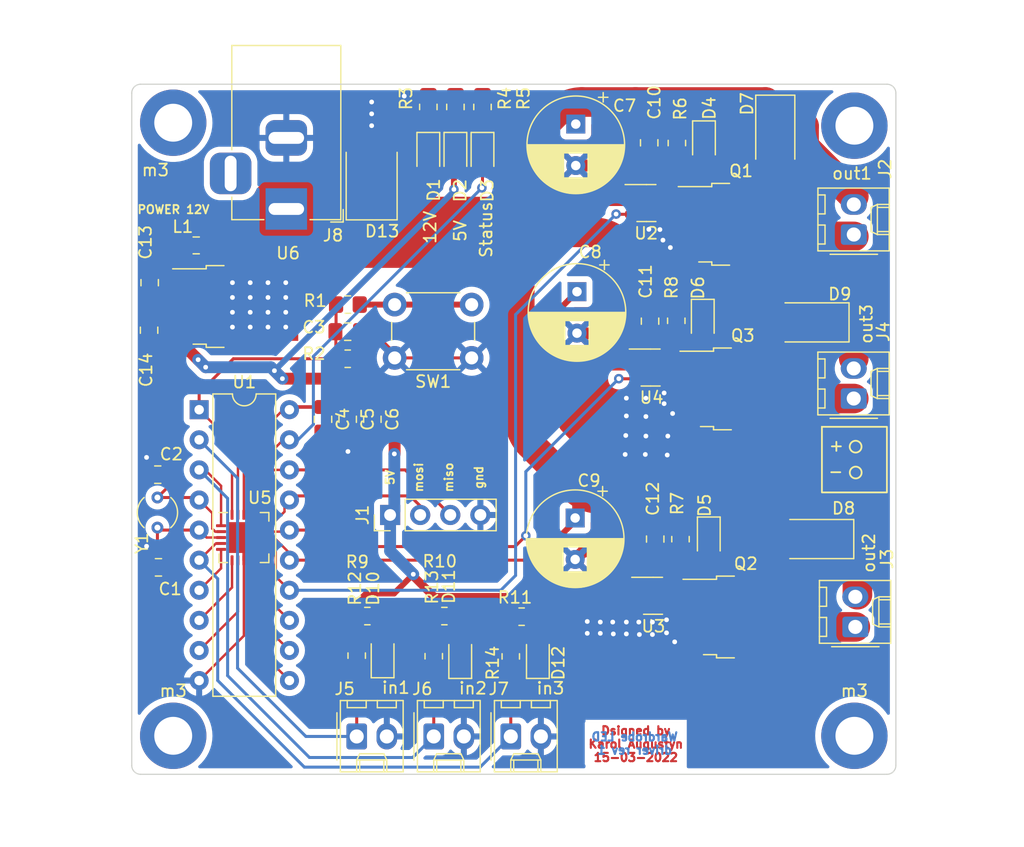
<source format=kicad_pcb>
(kicad_pcb (version 20211014) (generator pcbnew)
  (layers (0 "F.Cu" signal) (31 "B.Cu" signal) (34 "B.Paste" user) (35 "F.Paste" user) (36 "B.SilkS" user "B.Silkscreen") (37 "F.SilkS" user "F.Silkscreen") (38 "B.Mask" user) (39 "F.Mask" user) (44 "Edge.Cuts" user))
  (net 0 "")
  (net 1 "/PA0")
  (net 2 "GND")
  (net 3 "/PA1")
  (net 4 "/PA2")
  (net 5 "+5V")
  (net 6 "+12V")
  (net 7 "Net-(C13-Pad1)")
  (net 8 "Net-(D1-Pad1)")
  (net 9 "Net-(D2-Pad1)")
  (net 10 "Net-(D3-Pad1)")
  (net 11 "/PB7")
  (net 12 "Net-(D4-Pad1)")
  (net 13 "Net-(D4-Pad2)")
  (net 14 "Net-(D5-Pad1)")
  (net 15 "Net-(D5-Pad2)")
  (net 16 "Net-(D6-Pad1)")
  (net 17 "Net-(D6-Pad2)")
  (net 18 "Net-(D7-Pad2)")
  (net 19 "Net-(D8-Pad2)")
  (net 20 "Net-(D9-Pad2)")
  (net 21 "/PD0")
  (net 22 "Net-(D10-Pad2)")
  (net 23 "/PD1")
  (net 24 "Net-(D11-Pad2)")
  (net 25 "/PD2")
  (net 26 "Net-(D12-Pad2)")
  (net 27 "/PB5")
  (net 28 "/PB6")
  (net 29 "Net-(R1-Pad2)")
  (net 30 "/PD3")
  (net 31 "/PD4")
  (net 32 "/PD5")
  (net 33 "/PD6")
  (net 34 "/PB0")
  (net 35 "/PB1")
  (net 36 "/PB2")
  (net 37 "/PB3")
  (net 38 "/PB4")
  (footprint "Resistor_SMD:R_0805_2012Metric_Pad1.20x1.40mm_HandSolder" (layer "F.Cu") (at 87.496 68.6012)
    (fp_text reference "R1")
    (fp_text value "100R")
  )
  (footprint "Capacitor_SMD:C_0805_2012Metric_Pad1.18x1.45mm_HandSolder" (layer "F.Cu") (at 85.3948 78.2828 -90)
    (fp_text reference "C4")
    (fp_text value "100n")
  )
  (footprint "Capacitor_SMD:C_0805_2012Metric_Pad1.18x1.45mm_HandSolder" (layer "F.Cu") (at 87.4776 78.2828 -90)
    (fp_text reference "C5")
    (fp_text value "10n")
  )
  (footprint "Package_TO_SOT_SMD:SOT-23-5" (layer "F.Cu") (at 113.2531 93.1824)
    (fp_text reference "U3")
    (fp_text value "MCP1416")
  )
  (footprint "" (layer "F.Cu") (at 130.25 53.5)
    (fp_text reference "")
    (fp_text value "")
  )
  (footprint "Resistor_SMD:R_0805_2012Metric_Pad1.20x1.40mm_HandSolder" (layer "F.Cu") (at 94.742 98.282 90)
    (fp_text reference "R13")
    (fp_text value "2,2k")
  )
  (footprint "Capacitor_SMD:C_0805_2012Metric_Pad1.18x1.45mm_HandSolder" (layer "F.Cu") (at 71.4463 82.9564 180)
    (fp_text reference "C2")
    (fp_text value "22pF")
  )
  (footprint "Package_TO_SOT_SMD:TO-252-3_TabPin2" (layer "F.Cu") (at 120.6822 61.8226)
    (fp_text reference "Q1")
    (fp_text value "Q_NMOS_GDS")
  )
  (footprint "LED_SMD:LED_0805_2012Metric_Pad1.15x1.40mm_HandSolder" (layer "F.Cu") (at 103.5304 98.298 90)
    (fp_text reference "D12")
    (fp_text value "LED_in_3")
  )
  (footprint "Inductor_SMD:L_0805_2012Metric_Pad1.15x1.40mm_HandSolder" (layer "F.Cu") (at 74.6924 63.6055 180)
    (fp_text reference "L1")
    (fp_text value "10nH")
  )
  (footprint "Capacitor_SMD:C_0805_2012Metric_Pad1.18x1.45mm_HandSolder" (layer "F.Cu") (at 113 70 -90)
    (fp_text reference "C11")
    (fp_text value "100n")
  )
  (footprint "Capacitor_THT:CP_Radial_D8.0mm_P3.50mm" (layer "F.Cu") (at 106.68 86.614 -90)
    (fp_text reference "C9")
    (fp_text value "1uF")
  )
  (footprint "Capacitor_SMD:C_0805_2012Metric_Pad1.18x1.45mm_HandSolder" (layer "F.Cu") (at 112.9284 54.9441 -90)
    (fp_text reference "C10")
    (fp_text value "100n")
  )
  (footprint "Diode_SMD:D_SMA" (layer "F.Cu") (at 126.397 70.104 180)
    (fp_text reference "D9")
    (fp_text value "B160-E3")
  )
  (footprint "Connector_Molex:Molex_KK-254_AE-6410-02A_1x02_P2.54mm_Vertical" (layer "F.Cu") (at 130.3274 95.8088 90)
    (fp_text reference "J3")
    (fp_text value "out_2")
  )
  (footprint "Resistor_SMD:R_0805_2012Metric_Pad1.20x1.40mm_HandSolder" (layer "F.Cu") (at 94.2848 51.9176 -90)
    (fp_text reference "R3")
    (fp_text value "2,2k")
  )
  (footprint "Resistor_SMD:R_0805_2012Metric_Pad1.20x1.40mm_HandSolder" (layer "F.Cu") (at 88.2396 98.2312 90)
    (fp_text reference "R12")
    (fp_text value "2,2k")
  )
  (footprint "Package_DFN_QFN:MLF-20-1EP_4x4mm_P0.5mm_EP2.6x2.6mm" (layer "F.Cu") (at 78.7146 88.265)
    (fp_text reference "U5")
    (fp_text value "ATtiny2313-20MU")
  )
  (footprint "Capacitor_SMD:C_0805_2012Metric_Pad1.18x1.45mm_HandSolder" (layer "F.Cu") (at 87.48 70.8872)
    (fp_text reference "C3")
    (fp_text value "100n")
  )
  (footprint "Capacitor_THT:CP_Radial_D8.0mm_P3.50mm" (layer "F.Cu") (at 106.8324 67.5132 -90)
    (fp_text reference "C8")
    (fp_text value "1uF")
  )
  (footprint "Diode_SMD:D_SMB" (layer "F.Cu") (at 89.5 57.9 90)
    (fp_text reference "D13")
    (fp_text value "SM6T15A")
  )
  (footprint "LED_SMD:LED_0805_2012Metric_Pad1.15x1.40mm_HandSolder" (layer "F.Cu") (at 96.5708 55.9308 -90)
    (fp_text reference "D2")
    (fp_text value "LED_5")
  )
  (footprint "Capacitor_SMD:C_0805_2012Metric_Pad1.18x1.45mm_HandSolder" (layer "F.Cu") (at 70.7644 66.7512 -90)
    (fp_text reference "C13")
    (fp_text value "330nF")
  )
  (footprint "Connector_PinHeader_2.54mm:PinHeader_1x04_P2.54mm_Vertical" (layer "F.Cu") (at 91.059 86.36 90)
    (fp_text reference "J1")
    (fp_text value "program")
  )
  (footprint "Package_DIP:DIP-20_W7.62mm" (layer "F.Cu") (at 74.94 77.475)
    (fp_text reference "U1")
    (fp_text value "ATtiny2313-20PU")
  )
  (footprint "Resistor_SMD:R_0805_2012Metric_Pad1.20x1.40mm_HandSolder" (layer "F.Cu") (at 96.5708 51.9176 -90)
    (fp_text reference "R4")
    (fp_text value "1k")
  )
  (footprint "Connector_Molex:Molex_KK-254_AE-6410-02A_1x02_P2.54mm_Vertical" (layer "F.Cu") (at 130.2004 62.6872 90)
    (fp_text reference "J2")
    (fp_text value "out_1")
  )
  (footprint "Connector_Molex:Molex_KK-254_AE-6410-02A_1x02_P2.54mm_Vertical" (layer "F.Cu") (at 130.195 76.5302 90)
    (fp_text reference "J4")
    (fp_text value "out_3")
  )
  (footprint "MountingHole:MountingHole_3.2mm_M3_DIN965_Pad" (layer "F.Cu") (at 72.75 53.25)
    (fp_text reference "m3")
    (fp_text value "MountingHole_3.2mm_M3_DIN965_Pad")
  )
  (footprint "LED_SMD:LED_0805_2012Metric_Pad1.15x1.40mm_HandSolder" (layer "F.Cu") (at 90.424 98.2382 90)
    (fp_text reference "D10")
    (fp_text value "LED_in_1")
  )
  (footprint "Package_TO_SOT_SMD:TO-252-3_TabPin2" (layer "F.Cu") (at 120.8278 75.7174)
    (fp_text reference "Q3")
    (fp_text value "Q_NMOS_GDS")
  )
  (footprint "Resistor_SMD:R_0805_2012Metric_Pad1.20x1.40mm_HandSolder" (layer "F.Cu") (at 102.1588 94.9452 180)
    (fp_text reference "R11")
    (fp_text value "1k")
  )
  (footprint "Package_TO_SOT_SMD:TO-252-2" (layer "F.Cu") (at 78.0034 68.7617)
    (fp_text reference "U6")
    (fp_text value "LM78M05_TO252")
  )
  (footprint "Resistor_SMD:R_0805_2012Metric_Pad1.20x1.40mm_HandSolder" (layer "F.Cu") (at 98.8568 51.9176 -90)
    (fp_text reference "R5")
    (fp_text value "1k")
  )
  (footprint "Connector_Molex:Molex_KK-254_AE-6410-02A_1x02_P2.54mm_Vertical" (layer "F.Cu") (at 88.2396 105.0544)
    (fp_text reference "J5")
    (fp_text value "in_1")
  )
  (footprint "Connector_Molex:Molex_KK-254_AE-6410-02A_1x02_P2.54mm_Vertical" (layer "F.Cu") (at 101.2444 105.0544)
    (fp_text reference "J7")
    (fp_text value "in_3")
  )
  (footprint "Resistor_SMD:R_0805_2012Metric_Pad1.20x1.40mm_HandSolder" (layer "F.Cu") (at 101.2444 98.298 90)
    (fp_text reference "R14")
    (fp_text value "2,2k")
  )
  (footprint "LED_SMD:LED_0805_2012Metric_Pad1.15x1.40mm_HandSolder" (layer "F.Cu") (at 117.9576 88.392 -90)
    (fp_text reference "D5")
    (fp_text value "LED_2")
  )
  (footprint "Connector_Molex:Molex_KK-254_AE-6410-02A_1x02_P2.54mm_Vertical" (layer "F.Cu") (at 94.742 105.0544)
    (fp_text reference "J6")
    (fp_text value "in_2")
  )
  (footprint "Capacitor_SMD:C_0805_2012Metric_Pad1.18x1.45mm_HandSolder" (layer "F.Cu") (at 113.4364 88.392 -90)
    (fp_text reference "C12")
    (fp_text value "100n")
  )
  (footprint "Package_TO_SOT_SMD:SOT-23-5" (layer "F.Cu") (at 112.6943 60.0304)
    (fp_text reference "U2")
    (fp_text value "MCP1416")
  )
  (footprint "MountingHole:MountingHole_3.2mm_M3_DIN965_Pad" (layer "F.Cu") (at 72.75 105)
    (fp_text reference "m3")
    (fp_text value "MountingHole_3.2mm_M3_DIN965_Pad")
  )
  (footprint "Resistor_SMD:R_0805_2012Metric_Pad1.20x1.40mm_HandSolder" (layer "F.Cu") (at 115.2652 54.9656 90)
    (fp_text reference "R6")
    (fp_text value "2,2k")
  )
  (footprint "LED_SMD:LED_0805_2012Metric_Pad1.15x1.40mm_HandSolder" (layer "F.Cu") (at 98.8568 55.9308 -90)
    (fp_text reference "D3")
    (fp_text value "LED_status")
  )
  (footprint "Resistor_SMD:R_0805_2012Metric_Pad1.20x1.40mm_HandSolder" (layer "F.Cu") (at 87.48 73.1732)
    (fp_text reference "R2")
    (fp_text value "100k")
  )
  (footprint "Package_TO_SOT_SMD:TO-252-3_TabPin2" (layer "F.Cu") (at 121.0818 94.9706)
    (fp_text reference "Q2")
    (fp_text value "Q_NMOS_GDS")
  )
  (footprint "Capacitor_THT:CP_Radial_D8.0mm_P3.50mm" (layer "F.Cu") (at 106.7308 53.363749 -90)
    (fp_text reference "C7")
    (fp_text value "1uF")
  )
  (footprint "Diode_SMD:D_SMA" (layer "F.Cu") (at 126.7968 88.392 180)
    (fp_text reference "D8")
    (fp_text value "B160-E3")
  )
  (footprint "Package_TO_SOT_SMD:SOT-23-5" (layer "F.Cu") (at 113.0499 73.914)
    (fp_text reference "U4")
    (fp_text value "MCP1416")
  )
  (footprint "Button_Switch_THT:SW_PUSH_6mm" (layer "F.Cu") (at 97.9424 73.1012 180)
    (fp_text reference "SW1")
    (fp_text value "reset")
  )
  (footprint "Connector_BarrelJack:BarrelJack_Horizontal" (layer "F.Cu") (at 82.297 60.531 -90)
    (fp_text reference "J8")
    (fp_text value "power")
  )
  (footprint "LED_SMD:LED_0805_2012Metric_Pad1.15x1.40mm_HandSolder" (layer "F.Cu") (at 96.9772 98.298 90)
    (fp_text reference "D11")
    (fp_text value "LED_in_2")
  )
  (footprint "Diode_SMD:D_SMA" (layer "F.Cu") (at 123.571 54.324 -90)
    (fp_text reference "D7")
    (fp_text value "B160-E3")
  )
  (footprint "MountingHole:MountingHole_3.2mm_M3_DIN965_Pad" (layer "F.Cu") (at 130.25 105)
    (fp_text reference "m3")
    (fp_text value "MountingHole_3.2mm_M3_DIN965_Pad")
  )
  (footprint "Resistor_SMD:R_0805_2012Metric_Pad1.20x1.40mm_HandSolder" (layer "F.Cu") (at 115.2144 69.9676 90)
    (fp_text reference "R8")
    (fp_text value "2,2k")
  )
  (footprint "Resistor_SMD:R_0805_2012Metric_Pad1.20x1.40mm_HandSolder" (layer "F.Cu") (at 89.138 94.8944 180)
    (fp_text reference "R9")
    (fp_text value "1k")
  )
  (footprint "Capacitor_SMD:C_0805_2012Metric_Pad1.18x1.45mm_HandSolder" (layer "F.Cu") (at 70.7136 70.7644 90)
    (fp_text reference "C14")
    (fp_text value "100n")
  )
  (footprint "Capacitor_SMD:C_0805_2012Metric_Pad1.18x1.45mm_HandSolder" (layer "F.Cu") (at 71.5049 90.7796 180)
    (fp_text reference "C1")
    (fp_text value "22pF")
  )
  (footprint "Resistor_SMD:R_0805_2012Metric_Pad1.20x1.40mm_HandSolder" (layer "F.Cu") (at 115.57 88.4014 90)
    (fp_text reference "R7")
    (fp_text value "2,2k")
  )
  (footprint "LED_SMD:LED_0805_2012Metric_Pad1.15x1.40mm_HandSolder" (layer "F.Cu") (at 94.2848 55.9308 -90)
    (fp_text reference "D1")
    (fp_text value "LED_12")
  )
  (footprint "LED_SMD:LED_0805_2012Metric_Pad1.15x1.40mm_HandSolder" (layer "F.Cu") (at 117.5512 54.9566 -90)
    (fp_text reference "D4")
    (fp_text value "LED_1")
  )
  (footprint "Crystal:Crystal_AT310_D3.0mm_L10.0mm_Vertical" (layer "F.Cu") (at 71.417 87.4268 90)
    (fp_text reference "Y1")
    (fp_text value "Crystal")
  )
  (footprint "Resistor_SMD:R_0805_2012Metric_Pad1.20x1.40mm_HandSolder" (layer "F.Cu") (at 95.6404 94.8944 180)
    (fp_text reference "R10")
    (fp_text value "1k")
  )
  (footprint "Capacitor_SMD:C_0805_2012Metric_Pad1.18x1.45mm_HandSolder" (layer "F.Cu") (at 89.5604 78.2828 -90)
    (fp_text reference "C6")
    (fp_text value "1n")
  )
  (footprint "LED_SMD:LED_0805_2012Metric_Pad1.15x1.40mm_HandSolder" (layer "F.Cu") (at 117.4496 70.0188 -90)
    (fp_text reference "D6")
    (fp_text value "LED_3")
  )
  (gr_circle (center 130.3528 80.5942) (end 130.8528 80.5942) (layer "F.SilkS") (width 0.15) (fill none))
  (gr_rect (start 127.508 78.9178) (end 132.9944 84.455) (layer "F.SilkS") (width 0.15) (fill none))
  (gr_circle (center 130.3608 82.7786) (end 130.8608 82.7786) (layer "F.SilkS") (width 0.15) (fill none))
  (gr_line (start 133.75 107.5) (end 133.75 50.75) (layer "Edge.Cuts") (width 0.1))
  (gr_arc (start 70 108.25) (mid 69.46967 108.03033) (end 69.25 107.5) (layer "Edge.Cuts") (width 0.1))
  (gr_arc (start 133 50) (mid 133.53033 50.21967) (end 133.75 50.75) (layer "Edge.Cuts") (width 0.1))
  (gr_arc (start 69.25 50.75) (mid 69.46967 50.21967) (end 70 50) (layer "Edge.Cuts") (width 0.1))
  (gr_line (start 70 108.25) (end 133 108.25) (layer "Edge.Cuts") (width 0.1))
  (gr_line (start 133 50) (end 70 50) (layer "Edge.Cuts") (width 0.1))
  (gr_line (start 69.25 50.75) (end 69.25 107.5) (layer "Edge.Cuts") (width 0.1))
  (gr_arc (start 133.75 107.5) (mid 133.53033 108.03033) (end 133 108.25) (layer "Edge.Cuts") (width 0.1))
  (gr_text "Dsigned by\nKarol Augustyn\n15-03-2022" (at 111.8 105.7) (layer "F.Cu") (effects (font (size 0.7 0.7) (thickness 0.175))))
  (gr_text "Wardrobe LED\ndriver rev 1" (at 111.7 105.65) (layer "B.Cu") (effects (font (size 0.7 0.7) (thickness 0.175)) (justify mirror)))
  (gr_text "5V" (at 91.059 83.185 90) (layer "F.SilkS") (effects (font (size 0.7 0.7))))
  (gr_text "miso\n" (at 96.012 83.185 90) (layer "F.SilkS") (effects (font (size 0.7 0.7))))
  (gr_text "out3" (at 131.2618 70.231 90) (layer "F.SilkS") (effects (font (size 1 1))))
  (gr_text "-" (at 128.6764 82.677) (layer "F.SilkS") (effects (font (size 1 1))))
  (gr_text "mosi" (at 93.472 83.185 90) (layer "F.SilkS") (effects (font (size 0.7 0.7))))
  (gr_text "POWER 12V" (at 72.771 60.579) (layer "F.SilkS") (effects (font (size 0.7 0.7))))
  (gr_text "out1" (at 130.048 57.531) (layer "F.SilkS") (effects (font (size 1 1))))
  (gr_text "in1" (at 91.5416 100.9396) (layer "F.SilkS") (effects (font (size 1 1))))
  (gr_text "+" (at 128.7272 80.4926) (layer "F.SilkS") (effects (font (size 1 1))))
  (gr_text "in2" (at 98.044 100.9904) (layer "F.SilkS") (effects (font (size 1 1))))
  (gr_text "in3" (at 104.5972 100.9904) (layer "F.SilkS") (effects (font (size 1 1))))
  (gr_text "gnd" (at 98.552 83.185 90) (layer "F.SilkS") (effects (font (size 0.7 0.7))))
  (gr_text "5V" (at 96.9772 62.3824 90) (layer "F.SilkS") (effects (font (size 1 1))))
  (gr_text "12V" (at 94.4372 62.0776 90) (layer "F.SilkS") (effects (font (size 1 1))))
  (gr_text "out2" (at 131.4758 89.5604 90) (layer "F.SilkS") (effects (font (size 1 1))))
  (gr_text "Status" (at 99.1616 62.2808 90) (layer "F.SilkS") (effects (font (size 1 1))))
  (segment (start 71.6252 87.635) (end 71.417 87.4268) (width 0.254) (layer "F.Cu") (net 1))
  (segment (start 72.5424 89.7382) (end 71.417 88.6128) (width 0.254) (layer "F.Cu") (net 1))
  (segment (start 74.94 87.635) (end 71.6252 87.635) (width 0.254) (layer "F.Cu") (net 1))
  (segment (start 75.57 88.265) (end 74.94 87.635) (width 0.2032) (layer "F.Cu") (net 1))
  (segment (start 76.7896 88.265) (end 75.57 88.265) (width 0.2032) (layer "F.Cu") (net 1))
  (segment (start 71.417 88.6128) (end 71.417 87.4268) (width 0.254) (layer "F.Cu") (net 1))
  (segment (start 72.5424 90.7796) (end 72.5424 89.7382) (width 0.254) (layer "F.Cu") (net 1))
  (segment (start 115.0296 64.1026) (end 114.7135 63.7865) (width 1) (layer "F.Cu") (net 2))
  (segment (start 106.8567 71.0375) (end 106.8324 71.0132) (width 1) (layer "F.Cu") (net 2))
  (segment (start 91.4424 72.6924) (end 91.4424 73.1012) (width 0.254) (layer "F.Cu") (net 2))
  (segment (start 85.3948 79.3203) (end 89.5604 79.3203) (width 0.5) (layer "F.Cu") (net 2))
  (segment (start 78.7146 90.19) (end 78.7146 96.5604) (width 0.2032) (layer "F.Cu") (net 2))
  (segment (start 114.3906 96.382) (end 114.3906 96.3094) (width 1) (layer "F.Cu") (net 2))
  (segment (start 110.5408 55.9816) (end 112.9284 55.9816) (width 1) (layer "F.Cu") (net 2))
  (segment (start 112.9444 55.9656) (end 112.9284 55.9816) (width 1) (layer "F.Cu") (net 2))
  (segment (start 70.4088 81.5912) (end 70.5 81.5) (width 0.254) (layer "F.Cu") (net 2))
  (segment (start 94.2848 50.9176) (end 92.3324 50.9176) (width 0.5) (layer "F.Cu") (net 2))
  (segment (start 114.0885 63.1615) (end 113.8318 62.9048) (width 1) (layer "F.Cu") (net 2))
  (segment (start 114.9047 77.7953) (end 114.1874 77.078) (width 1) (layer "F.Cu") (net 2))
  (segment (start 70.7644 67.7887) (end 70.7644 68.7356) (width 0.254) (layer "F.Cu") (net 2))
  (segment (start 97.9424 73.1012) (end 91.4424 73.1012) (width 0.254) (layer "F.Cu") (net 2))
  (segment (start 116.4822 64.1026) (end 115.0296 64.1026) (width 1) (layer "F.Cu") (net 2))
  (segment (start 113.0699 70.9676) (end 113 71.0375) (width 1) (layer "F.Cu") (net 2))
  (segment (start 115.2144 70.9676) (end 113.0699 70.9676) (width 1) (layer "F.Cu") (net 2))
  (segment (start 89.6372 70.8872) (end 91.4424 72.6924) (width 0.254) (layer "F.Cu") (net 2))
  (segment (start 114.1874 76.0626) (end 114.1874 74.864) (width 1) (layer "F.Cu") (net 2))
  (segment (start 92.3324 50.9176) (end 92.25 51) (width 0.5) (layer "F.Cu") (net 2))
  (segment (start 115.2592 97.2506) (end 115.0793 97.0707) (width 1) (layer "F.Cu") (net 2))
  (segment (start 78.7146 90.19) (end 78.7146 88.265) (width 0.254) (layer "F.Cu") (net 2))
  (segment (start 116.6278 77.9974) (end 115.1068 77.9974) (width 1) (layer "F.Cu") (net 2))
  (segment (start 88.5175 70.8872) (end 89.6372 70.8872) (width 0.254) (layer "F.Cu") (net 2))
  (segment (start 113 71.0375) (end 106.8567 71.0375) (width 1) (layer "F.Cu") (net 2))
  (segment (start 89.5 52.5) (end 89.5 53.5) (width 2.5) (layer "F.Cu") (net 2))
  (segment (start 70.4088 82.9564) (end 70.4088 81.5912) (width 0.254) (layer "F.Cu") (net 2))
  (segment (start 70.7644 68.7356) (end 70.7905 68.7617) (width 0.254) (layer "F.Cu") (net 2))
  (segment (start 115.57 89.4014) (end 113.4645 89.4014) (width 1) (layer "F.Cu") (net 2))
  (segment (start 114.3906 95.2094) (end 114.3906 94.1324) (width 1) (layer "F.Cu") (net 2))
  (segment (start 70.4674 89.0326) (end 70.5 89) (width 0.254) (layer "F.Cu") (net 2))
  (segment (start 89.5 55.75) (end 89.5 54) (width 2.5) (layer "F.Cu") (net 2))
  (segment (start 114.1874 77.078) (end 114.1874 76.9626) (width 1) (layer "F.Cu") (net 2))
  (segment (start 114.1874 76.9626) (end 114.1874 76.0626) (width 1) (layer "F.Cu") (net 2))
  (segment (start 116.8818 97.2506) (end 115.2592 97.2506) (width 1) (layer "F.Cu") (net 2))
  (segment (start 78.7146 96.5604) (end 74.94 100.335) (width 0.2032) (layer "F.Cu") (net 2))
  (segment (start 113.8318 62.2682) (end 113.8318 60.9804) (width 1) (layer "F.Cu") (net 2))
  (segment (start 106.7308 56.863749) (end 109.658651 56.863749) (width 1) (layer "F.Cu") (net 2))
  (segment (start 107.3645 89.4295) (end 106.68 90.114) (width 1) (layer "F.Cu") (net 2))
  (segment (start 115.2652 55.9656) (end 112.9444 55.9656) (width 1) (layer "F.Cu") (net 2))
  (segment (start 113.8318 62.9048) (end 113.8318 62.2682) (width 1) (layer "F.Cu") (net 2))
  (segment (start 89.5 52) (end 89.5 52.5) (width 2.5) (layer "F.Cu") (net 2))
  (segment (start 70.7644 69.6761) (end 70.7136 69.7269) (width 0.254) (layer "F.Cu") (net 2))
  (segment (start 87.4776 80.9776) (end 87.5 81) (width 1) (layer "F.Cu") (net 2))
  (segment (start 114.7135 63.7865) (end 114.0885 63.1615) (width 1) (layer "F.Cu") (net 2))
  (segment (start 109.658651 56.863749) (end 110.5408 55.9816) (width 1) (layer "F.Cu") (net 2))
  (segment (start 113.4645 89.4014) (end 113.4364 89.4295) (width 1) (layer "F.Cu") (net 2))
  (segment (start 115.0793 97.0707) (end 114.3906 96.382) (width 1) (layer "F.Cu") (net 2))
  (segment (start 114.3906 96.3094) (end 114.3906 95.2094) (width 1) (layer "F.Cu") (net 2))
  (segment (start 113.4364 89.4295) (end 107.3645 89.4295) (width 1) (layer "F.Cu") (net 2))
  (segment (start 87.4776 79.3203) (end 87.4776 80.9776) (width 1) (layer "F.Cu") (net 2))
  (segment (start 115.1068 77.9974) (end 114.9047 77.7953) (width 1) (layer "F.Cu") (net 2))
  (segment (start 70.4674 90.7796) (end 70.4674 89.0326) (width 0.254) (layer "F.Cu") (net 2))
  (segment (start 70.7644 68.7356) (end 70.7644 69.6761) (width 0.254) (layer "F.Cu") (net 2))
  (segment (start 98.8568 50.9176) (end 94.2848 50.9176) (width 0.5) (layer "F.Cu") (net 2))
  (segment (start 70.7905 68.7617) (end 80.1034 68.7617) (width 0.254) (layer "F.Cu") (net 2))
  (via (at 112.05 95.4) (size 0.8) (drill 0.4) (layers "F.Cu" "B.Cu") (net 2))
  (via (at 108.8 96.35) (size 0.8) (drill 0.4) (layers "F.Cu" "B.Cu") (net 2))
  (via (at 112.65 76.5) (size 0.8) (drill 0.4) (layers "F.Cu" "B.Cu") (net 2))
  (via (at 80.75 66.75) (size 0.8) (drill 0.4) (layers "F.Cu" "B.Cu") (net 2))
  (via (at 114.0885 63.1615) (size 0.8) (drill 0.4) (layers "F.Cu" "B.Cu") (net 2))
  (via (at 114.45 81.3) (size 0.8) (drill 0.4) (layers "F.Cu" "B.Cu") (net 2))
  (via (at 114.9047 77.7953) (size 0.8) (drill 0.4) (layers "F.Cu" "B.Cu") (net 2))
  (via (at 112.65 79.7) (size 0.8) (drill 0.4) (layers "F.Cu" "B.Cu") (net 2))
  (via (at 89.5 53.5) (size 0.8) (drill 0.4) (layers "F.Cu" "B.Cu") (net 2))
  (via (at 79.25 66.75) (size 0.8) (drill 0.4) (layers "F.Cu" "B.Cu") (net 2))
  (via (at 114.1874 76.9626) (size 0.8) (drill 0.4) (layers "F.Cu" "B.Cu") (net 2))
  (via (at 107.7 96.35) (size 0.8) (drill 0.4) (layers "F.Cu" "B.Cu") (net 2))
  (via (at 113.8318 62.2682) (size 0.8) (drill 0.4) (layers "F.Cu" "B.Cu") (net 2))
  (via (at 82.25 66.75) (size 0.8) (drill 0.4) (layers "F.Cu" "B.Cu") (net 2))
  (via (at 77.75 70.5) (size 0.8) (drill 0.4) (layers "F.Cu" "B.Cu") (net 2))
  (via (at 70.5 89) (size 0.8) (drill 0.4) (layers "F.Cu" "B.Cu") (net 2))
  (via (at 89.5 52.5) (size 0.8) (drill 0.4) (layers "F.Cu" "B.Cu") (net 2))
  (via (at 114.5 79.7) (size 0.8) (drill 0.4) (layers "F.Cu" "B.Cu") (net 2))
  (via (at 107.7 95.35) (size 0.8) (drill 0.4) (layers "F.Cu" "B.Cu") (net 2))
  (via (at 111 78) (size 0.8) (drill 0.4) (layers "F.Cu" "B.Cu") (net 2))
  (via (at 80.75 69.25) (size 0.8) (drill 0.4) (layers "F.Cu" "B.Cu") (net 2))
  (via (at 112.6 81.25) (size 0.8) (drill 0.4) (layers "F.Cu" "B.Cu") (net 2))
  (via (at 92.25 51) (size 0.8) (drill 0.4) (layers "F.Cu" "B.Cu") (net 2))
  (via (at 82.25 70.5) (size 0.8) (drill 0.4) (layers "F.Cu" "B.Cu") (net 2))
  (via (at 70.5 81.5) (size 0.8) (drill 0.4) (layers "F.Cu" "B.Cu") (net 2))
  (via (at 114.7135 63.7865) (size 0.8) (drill 0.4) (layers "F.Cu" "B.Cu") (net 2))
  (via (at 80.75 68) (size 0.8) (drill 0.4) (layers "F.Cu" "B.Cu") (net 2))
  (via (at 77.75 68) (size 0.8) (drill 0.4) (layers "F.Cu" "B.Cu") (net 2))
  (via (at 114.3906 96.3094) (size 0.8) (drill 0.4) (layers "F.Cu" "B.Cu") (net 2))
  (via (at 115.0793 97.0707) (size 0.8) (drill 0.4) (layers "F.Cu" "B.Cu") (net 2))
  (via (at 77.75 66.75) (size 0.8) (drill 0.4) (layers "F.Cu" "B.Cu") (net 2))
  (via (at 108.8 95.4) (size 0.8) (drill 0.4) (layers "F.Cu" "B.Cu") (net 2))
  (via (at 114.1874 76.0626) (size 0.8) (drill 0.4) (layers "F.Cu" "B.Cu") (net 2))
  (via (at 114.3906 95.2094) (size 0.8) (drill 0.4) (layers "F.Cu" "B.Cu") (net 2))
  (via (at 80.75 70.5) (size 0.8) (drill 0.4) (layers "F.Cu" "B.Cu") (net 2))
  (via (at 113.2 95.4) (size 0.8) (drill 0.4) (layers "F.Cu" "B.Cu") (net 2))
  (via (at 79.25 69.25) (size 0.8) (drill 0.4) (layers "F.Cu" "B.Cu") (net 2))
  (via (at 87.5 81) (size 0.8) (drill 0.4) (layers "F.Cu" "B.Cu") (net 2))
  (via (at 112.9 62.25) (size 0.8) (drill 0.4) (layers "F.Cu" "B.Cu") (net 2))
  (via (at 109.9 96.4) (size 0.8) (drill 0.4) (layers "F.Cu" "B.Cu") (net 2))
  (via (at 113.2 96.45) (size 0.8) (drill 0.4) (layers "F.Cu" "B.Cu") (net 2))
  (via (at 110.9 81.25) (size 0.8) (drill 0.4) (layers "F.Cu" "B.Cu") (net 2))
  (via (at 111 76.5) (size 0.8) (drill 0.4) (layers "F.Cu" "B.Cu") (net 2))
  (via (at 89.5 51.5) (size 0.8) (drill 0.4) (layers "F.Cu" "B.Cu") (net 2))
  (via (at 110.95 79.65) (size 0.8) (drill 0.4) (layers "F.Cu" "B.Cu") (net 2))
  (via (at 82.25 68) (size 0.8) (drill 0.4) (layers "F.Cu" "B.Cu") (net 2))
  (via (at 112.1 96.45) (size 0.8) (drill 0.4) (layers "F.Cu" "B.Cu") (net 2))
  (via (at 82.25 69.25) (size 0.8) (drill 0.4) (layers "F.Cu" "B.Cu") (net 2))
  (via (at 112.65 78.05) (size 0.8) (drill 0.4) (layers "F.Cu" "B.Cu") (net 2))
  (via (at 79.25 70.5) (size 0.8) (drill 0.4) (layers "F.Cu" "B.Cu") (net 2))
  (via (at 109.85 95.4) (size 0.8) (drill 0.4) (layers "F.Cu" "B.Cu") (net 2))
  (via (at 77.75 69.25) (size 0.8) (drill 0.4) (layers "F.Cu" "B.Cu") (net 2))
  (via (at 79.25 68) (size 0.8) (drill 0.4) (layers "F.Cu" "B.Cu") (net 2))
  (via (at 111 95.4) (size 0.8) (drill 0.4) (layers "F.Cu" "B.Cu") (net 2))
  (via (at 111 96.4) (size 0.8) (drill 0.4) (layers "F.Cu" "B.Cu") (net 2))
  (segment (start 76.0476 86.2026) (end 74.94 85.095) (width 0.2032) (layer "F.Cu") (net 3))
  (segment (start 76.0476 87.513036) (end 76.0476 86.2026) (width 0.2032) (layer "F.Cu") (net 3))
  (segment (start 72.4838 82.9564) (end 72.4838 83.82) (width 0.254) (layer "F.Cu") (net 3))
  (segment (start 72.4838 83.82) (end 71.417 84.8868) (width 0.254) (layer "F.Cu") (net 3))
  (segment (start 74.7318 84.8868) (end 74.94 85.095) (width 0.254) (layer "F.Cu") (net 3))
  (segment (start 76.7896 87.765) (end 76.299564 87.765) (width 0.2032) (layer "F.Cu") (net 3))
  (segment (start 76.299564 87.765) (end 76.0476 87.513036) (width 0.2032) (layer "F.Cu") (net 3))
  (segment (start 71.417 84.8868) (end 74.7318 84.8868) (width 0.254) (layer "F.Cu") (net 3))
  (segment (start 86.48 70.9247) (end 86.4425 70.8872) (width 0.254) (layer "F.Cu") (net 4))
  (segment (start 78.2146 86.34) (end 78.2146 80.7496) (width 0.2032) (layer "F.Cu") (net 4))
  (segment (start 77.8268 73.1732) (end 74.94 76.06) (width 0.254) (layer "F.Cu") (net 4))
  (segment (start 86.48 73.1732) (end 77.8268 73.1732) (width 0.254) (layer "F.Cu") (net 4))
  (segment (start 86.496 70.8337) (end 86.4425 70.8872) (width 0.254) (layer "F.Cu") (net 4))
  (segment (start 86.496 68.6012) (end 86.496 70.8337) (width 0.254) (layer "F.Cu") (net 4))
  (segment (start 78.2146 80.7496) (end 74.94 77.475) (width 0.2032) (layer "F.Cu") (net 4))
  (segment (start 74.94 76.06) (end 74.94 77.475) (width 0.254) (layer "F.Cu") (net 4))
  (segment (start 86.48 73.1732) (end 86.48 70.9247) (width 0.254) (layer "F.Cu") (net 4))
  (segment (start 82.56 77.44) (end 82.7547 77.2453) (width 0.3048) (layer "F.Cu") (net 5))
  (segment (start 82.56 77.475) (end 82.56 77.44) (width 0.3048) (layer "F.Cu") (net 5))
  (segment (start 88.2396 94.996) (end 88.138 94.8944) (width 0.254) (layer "F.Cu") (net 5))
  (segment (start 101.1588 97.2124) (end 101.2444 97.298) (width 0.254) (layer "F.Cu") (net 5))
  (segment (start 94.742 97.282) (end 94.742 94.996) (width 0.254) (layer "F.Cu") (net 5))
  (segment (start 101.1174 93.4974) (end 101.1174 94.9038) (width 0.5) (layer "F.Cu") (net 5))
  (segment (start 74.8538 73.2536) (end 75.4888 73.8886) (width 1) (layer "F.Cu") (net 5))
  (segment (start 96.4438 58.8772) (end 96.4438 57.0828) (width 0.5) (layer "F.Cu") (net 5))
  (segment (start 89.8398 74.8538) (end 89.8652 74.8792) (width 1) (layer "F.Cu") (net 5))
  (segment (start 87.1728 74.8538) (end 88.48 73.5466) (width 0.5) (layer "F.Cu") (net 5))
  (segment (start 94.742 94.996) (end 94.6404 94.8944) (width 0.254) (layer "F.Cu") (net 5))
  (segment (start 91.44 81.1784) (end 91.4146 81.2038) (width 1) (layer "F.Cu") (net 5))
  (segment (start 81.2927 74.1807) (end 81.9658 74.8538) (width 1) (layer "F.Cu") (net 5))
  (segment (start 94.8436 93.1926) (end 100.8126 93.1926) (width 0.5) (layer "F.Cu") (net 5))
  (segment (start 93.0148 91.3638) (end 91.3892 92.9894) (width 0.5) (layer "F.Cu") (net 5))
  (segment (start 87.1728 74.8538) (end 87.184707 74.865707) (width 0.5) (layer "F.Cu") (net 5))
  (segment (start 93.0148 91.3638) (end 94.8436 93.1926) (width 0.5) (layer "F.Cu") (net 5))
  (segment (start 73.8034 71.0417) (end 73.8034 71.788986) (width 1) (layer "F.Cu") (net 5))
  (segment (start 89.027 92.9894) (end 88.138 93.8784) (width 0.5) (layer "F.Cu") (net 5))
  (segment (start 101.1588 94.9452) (end 101.1588 97.2124) (width 0.254) (layer "F.Cu") (net 5))
  (segment (start 91.44 76.454) (end 91.44 80.4672) (width 1) (layer "F.Cu") (net 5))
  (segment (start 74.096293 72.496093) (end 74.8538 73.2536) (width 1) (layer "F.Cu") (net 5))
  (segment (start 93.0148 91.3638) (end 93.0148 91.6686) (width 0.5) (layer "F.Cu") (net 5))
  (segment (start 73.2083 71.0417) (end 72.4481 71.8019) (width 1) (layer "F.Cu") (net 5))
  (segment (start 88.138 93.8784) (end 88.138 94.8944) (width 0.5) (layer "F.Cu") (net 5))
  (segment (start 91.3892 92.9894) (end 89.027 92.9894) (width 0.5) (layer "F.Cu") (net 5))
  (segment (start 101.1174 94.9038) (end 101.1588 94.9452) (width 0.5) (layer "F.Cu") (net 5))
  (segment (start 94.6404 93.2942) (end 94.6404 94.8944) (width 0.5) (layer "F.Cu") (net 5))
  (segment (start 91.44 80.4672) (end 91.44 81.1784) (width 1) (layer "F.Cu") (net 5))
  (segment (start 87.4776 75.572814) (end 87.4776 77.2453) (width 0.5) (layer "F.Cu") (net 5))
  (segment (start 78.7146 80.7974) (end 82.037 77.475) (width 0.2032) (layer "F.Cu") (net 5))
  (segment (start 73.8034 71.0417) (end 73.2083 71.0417) (width 1) (layer "F.Cu") (net 5))
  (segment (start 89.8652 74.8792) (end 91.44 76.454) (width 1) (layer "F.Cu") (net 5))
  (segment (start 78.7146 86.34) (end 78.7146 80.7974) (width 0.2032) (layer "F.Cu") (net 5))
  (segment (start 85.3948 77.2453) (end 89.5604 77.2453) (width 0.5) (layer "F.Cu") (net 5))
  (segment (start 96.4438 57.0828) (end 96.5708 56.9558) (width 0.5) (layer "F.Cu") (net 5))
  (segment (start 88.48 73.5466) (end 88.48 73.1732) (width 0.5) (layer "F.Cu") (net 5))
  (segment (start 72.4481 71.8019) (end 70.7136 71.8019) (width 1) (layer "F.Cu") (net 5))
  (segment (start 87.1728 74.8538) (end 89.8398 74.8538) (width 1) (layer "F.Cu") (net 5))
  (segment (start 82.7547 77.2453) (end 85.3948 77.2453) (width 0.3048) (layer "F.Cu") (net 5))
  (segment (start 93.0148 91.6686) (end 94.6404 93.2942) (width 0.5) (layer "F.Cu") (net 5))
  (segment (start 88.2396 97.2312) (end 88.2396 94.996) (width 0.254) (layer "F.Cu") (net 5))
  (segment (start 82.037 77.475) (end 82.56 77.475) (width 0.2032) (layer "F.Cu") (net 5))
  (segment (start 81.9658 74.8538) (end 87.1728 74.8538) (width 1) (layer "F.Cu") (net 5))
  (segment (start 100.8126 93.1926) (end 101.1174 93.4974) (width 0.5) (layer "F.Cu") (net 5))
  (via (at 91.4146 81.2038) (size 0.8) (drill 0.4) (layers "F.Cu" "B.Cu") (net 5))
  (via (at 81.9658 74.8538) (size 0.8) (drill 0.4) (layers "F.Cu" "B.Cu") (net 5))
  (via (at 75.4888 73.8886) (size 0.8) (drill 0.4) (layers "F.Cu" "B.Cu") (net 5))
  (via (at 96.4438 58.8772) (size 0.8) (drill 0.4) (layers "F.Cu" "B.Cu") (net 5))
  (via (at 93.0148 91.3638) (size 0.8) (drill 0.4) (layers "F.Cu" "B.Cu") (net 5))
  (via (at 74.8538 73.2536) (size 0.8) (drill 0.4) (layers "F.Cu" "B.Cu") (net 5))
  (via (at 81.2927 74.1807) (size 0.8) (drill 0.4) (layers "F.Cu" "B.Cu") (net 5))
  (arc (start 87.184707 74.865707) (mid 87.40148 75.19013) (end 87.4776 75.572814) (width 0.5) (layer "F.Cu") (net 5))
  (arc (start 74.096293 72.496093) (mid 73.87952 72.17167) (end 73.8034 71.788986) (width 1) (layer "F.Cu") (net 5))
  (segment (start 81.2927 74.1807) (end 96.4438 59.0296) (width 0.5) (layer "B.Cu") (net 5))
  (segment (start 91.4146 86.0044) (end 91.059 86.36) (width 1) (layer "B.Cu") (net 5))
  (segment (start 91.059 86.36) (end 91.059 89.408) (width 1) (layer "B.Cu") (net 5))
  (segment (start 91.059 89.408) (end 93.0148 91.3638) (width 1) (layer "B.Cu") (net 5))
  (segment (start 74.8538 73.2536) (end 75.4888 73.8886) (width 1) (layer "B.Cu") (net 5))
  (segment (start 96.4438 59.0296) (end 96.4438 58.8772) (width 0.5) (layer "B.Cu") (net 5))
  (segment (start 81.2927 74.1807) (end 81.0006 73.8886) (width 1) (layer "B.Cu") (net 5))
  (segment (start 81.9658 74.8538) (end 81.2927 74.1807) (width 1) (layer "B.Cu") (net 5))
  (segment (start 91.4146 81.2038) (end 91.4146 86.0044) (width 1) (layer "B.Cu") (net 5))
  (segment (start 81.0006 73.8886) (end 75.4888 73.8886) (width 1) (layer "B.Cu") (net 5))
  (segment (start 111.7742 51.5) (end 122.747 51.5) (width 2.5) (layer "F.Cu") (net 6))
  (segment (start 104.4956 91.0844) (end 104.4956 89.0524) (width 0.5) (layer "F.Cu") (net 6))
  (segment (start 104.4956 89.0524) (end 106.68 86.868) (width 0.5) (layer "F.Cu") (net 6))
  (segment (start 75.7174 63.6055) (end 85.401859 63.6055) (width 1) (layer "F.Cu") (net 6))
  (segment (start 113.4364 87.3545) (end 113.4364 85.7758) (width 1) (layer "F.Cu") (net 6))
  (segment (start 106.68 86.614) (end 106.68 84.18) (width 0.5) (layer "F.Cu") (net 6))
  (segment (start 105.0798 69.2658) (end 105.0798 73.8886) (width 0.5) (layer "F.Cu") (net 6))
  (segment (start 130.5052 90.997841) (end 130.5052 93.091) (width 2.5) (layer "F.Cu") (net 6))
  (segment (start 128.7968 87.342978) (end 127.332501 85.878679) (width 2.5) (layer "F.Cu") (net 6))
  (segment (start 123.571 52.324) (end 124.824 52.324) (width 2.5) (layer "F.Cu") (net 6))
  (segment (start 128.397 70.104) (end 129.316321 71.023321) (width 2.5) (layer "F.Cu") (net 6))
  (segment (start 125.211181 85) (end 112.6606 85) (width 2.5) (layer "F.Cu") (net 6))
  (segment (start 96.5 62.5) (end 100.25 62.5) (width 6) (layer "F.Cu") (net 6))
  (segment (start 106.5936 93.1824) (end 104.4956 91.0844) (width 0.5) (layer "F.Cu") (net 6))
  (segment (start 103 58.507359) (end 103 55.742641) (width 2.5) (layer "F.Cu") (net 6))
  (segment (start 109.2098 60.0304) (end 109.136038 60.104162) (width 0.5) (layer "F.Cu") (net 6))
  (segment (start 102.5652 73.914) (end 102 73.3488) (width 0.5) (layer "F.Cu") (net 6))
  (segment (start 102 73.3488) (end 102 65.492641) (width 2.5) (layer "F.Cu") (net 6))
  (segment (start 106.68 84.18) (end 106.62132 84.12132) (width 0.5) (layer "F.Cu") (net 6))
  (segment (start 112.1156 93.1824) (end 106.5936 93.1824) (width 0.5) (layer "F.Cu") (net 6))
  (segment (start 111.5568 60.0304) (end 109.2098 60.0304) (width 0.5) (layer "F.Cu") (net 6))
  (segment (start 112.6606 85) (end 108.742641 85) (width 2.5) (layer "F.Cu") (net 6))
  (segment (start 111.9124 73.914) (end 105.1052 73.914) (width 0.5) (layer "F.Cu") (net 6))
  (segment (start 105.1052 73.914) (end 102.5652 73.914) (width 0.5) (layer "F.Cu") (net 6))
  (segment (start 128.397 69.647) (end 128.397 70.104) (width 2.5) (layer "F.Cu") (net 6))
  (segment (start 112.04972 51.77552) (end 111.7742 51.5) (width 1) (layer "F.Cu") (net 6))
  (segment (start 122.747 51.5) (end 123.571 52.324) (width 2.5) (layer "F.Cu") (net 6))
  (segment (start 113.4364 85.7758) (end 112.6606 85) (width 1) (layer "F.Cu") (net 6))
  (segment (start 126.000489 55.260206) (end 130.2004 59.460117) (width 2.5) (layer "F.Cu") (net 6))
  (segment (start 113.75 66.75) (end 124.257359 66.75) (width 2.5) (layer "F.Cu") (net 6))
  (segment (start 86.65968 61.40968) (end 87.75 62.5) (width 6) (layer "F.Cu") (net 6))
  (segment (start 113 67.5) (end 113.75 66.75) (width 1) (layer "F.Cu") (net 6))
  (segment (start 110.37868 63.37868) (end 113.75 66.75) (width 2.5) (layer "F.Cu") (net 6))
  (segment (start 106.8324 67.5132) (end 105.0798 69.2658) (width 0.5) (layer "F.Cu") (net 6))
  (segment (start 100.25 62.5) (end 102.121321 60.628679) (width 2.5) (layer "F.Cu") (net 6))
  (segment (start 129.142 88.392) (end 129.626521 88.876521) (width 2.5) (layer "F.Cu") (net 6))
  (segment (start 125.412237 52.954457) (end 126.000489 53.542709) (width 2.5) (layer "F.Cu") (net 6))
  (segment (start 101.12132 63.37132) (end 100.25 62.5) (width 2.5) (layer "F.Cu") (net 6))
  (segment (start 106.62132 84.12132) (end 102.878679 80.378679) (width 2.5) (layer "F.Cu") (net 6))
  (segment (start 112.9284 53.9066) (end 112.9284 53.896841) (width 1) (layer "F.Cu") (net 6))
  (segment (start 125.12181 52.62181) (end 125.225303 52.726677) (width 2.5) (layer "F.Cu") (net 6))
  (segment (start 102 78.257359) (end 102 73.3488) (width 2.5) (layer "F.Cu") (net 6))
  (segment (start 128.7968 88.392) (end 128.7968 87.342978) (width 2.5) (layer "F.Cu") (net 6))
  (segment (start 128.7968 88.392) (end 129.142 88.392) (width 2.5) (layer "F.Cu") (net 6))
  (segment (start 125.225303 52.726677) (end 125.412237 52.954457) (width 2.5) (layer "F.Cu") (net 6))
  (segment (start 94.2848 56.9558) (end 94.2848 59.042159) (width 1) (layer "F.Cu") (net 6))
  (segment (start 100.25 62.5) (end 108.257359 62.5) (width 2.5) (layer "F.Cu") (net 6))
  (segment (start 87.75 62.5) (end 96.5 62.5) (width 6) (layer "F.Cu") (net 6))
  (segment (start 103.87868 53.62132) (end 105.121321 52.378679) (width 2.5) (layer "F.Cu") (net 6))
  (segment (start 105.0798 73.8886) (end 105.1052 73.914) (width 0.5) (layer "F.Cu") (net 6))
  (segment (start 126.37868 67.62868) (end 128.397 69.647) (width 2.5) (layer "F.Cu") (net 6))
  (segment (start 87.52318 62.72682) (end 87.75 62.5) (width 1) (layer "F.Cu") (net 6))
  (segment (start 107.242641 51.5) (end 111.7742 51.5) (width 2.5) (layer "F.Cu") (net 6))
  (segment (start 82.297 60.531) (end 84.538359 60.531) (width 6) (layer "F.Cu") (net 6))
  (segment (start 126.000489 53.542709) (end 126.000489 55.260206) (width 2.5) (layer "F.Cu") (net 6))
  (segment (start 124.824 52.324) (end 125.12181 52.62181) (width 2.5) (layer "F.Cu") (net 6))
  (segment (start 106.68 86.868) (end 106.68 86.614) (width 0.5) (layer "F.Cu") (net 6))
  (segment (start 108.257359 62.225482) (end 108.257359 62.5) (width 0.5) (layer "F.Cu") (net 6))
  (segment (start 95.16348 61.16348) (end 96.5 62.5) (width 1) (layer "F.Cu") (net 6))
  (segment (start 113 68.9625) (end 113 67.5) (width 1) (layer "F.Cu") (net 6))
  (arc (start 108.257359 62.225482) (mid 108.48572 61.077432) (end 109.136038 60.104162) (width 0.5) (layer "F.Cu") (net 6))
  (arc (start 103 55.742641) (mid 103.228362 54.59459) (end 103.87868 53.62132) (width 2.5) (layer "F.Cu") (net 6))
  (arc (start 87.52318 62.72682) (mid 86.54991 63.377139) (end 85.401859 63.6055) (width 1) (layer "F.Cu") (net 6))
  (arc (start 102.121321 60.628679) (mid 102.771639 59.655409) (end 103 58.507359) (width 2.5) (layer "F.Cu") (net 6))
  (arc (start 126.37868 67.62868) (mid 125.40541 66.978361) (end 124.257359 66.75) (width 2.5) (layer "F.Cu") (net 6))
  (arc (start 108.742641 85) (mid 107.59459 84.771638) (end 106.62132 84.12132) (width 2.5) (layer "F.Cu") (net 6))
  (arc (start 130.195 73.144641) (mid 129.966639 71.996591) (end 129.316321 71.023321) (width 2.5) (layer "F.Cu") (net 6))
  (arc (start 86.65968 61.40968) (mid 85.68641 60.759361) (end 84.538359 60.531) (width 6) (layer "F.Cu") (net 6))
  (arc (start 110.37868 63.37868) (mid 109.40541 62.728361) (end 108.257359 62.5) (width 2.5) (layer "F.Cu") (net 6))
  (arc (start 101.12132 63.37132) (mid 101.771639 64.34459) (end 102 65.492641) (width 2.5) (layer "F.Cu") (net 6))
  (arc (start 129.626521 88.876521) (mid 130.276839 89.849791) (end 130.5052 90.997841) (width 2.5) (layer "F.Cu") (net 6))
  (arc (start 102.878679 80.378679) (mid 102.228361 79.405409) (end 102 78.257359) (width 2.5) (layer "F.Cu") (net 6))
  (arc (start 125.211181 85) (mid 126.359231 85.228361) (end 127.332501 85.878679) (width 2.5) (layer "F.Cu") (net 6))
  (arc (start 94.2848 59.042159) (mid 94.513162 60.19021) (end 95.16348 61.16348) (width 1) (layer "F.Cu") (net 6))
  (arc (start 112.04972 51.77552) (mid 112.700039 52.74879) (end 112.9284 53.896841) (width 1) (layer "F.Cu") (net 6))
  (arc (start 107.242641 51.5) (mid 106.094591 51.728361) (end 105.121321 52.378679) (width 2.5) (layer "F.Cu") (net 6))
  (segment (start 73.6674 63.6055) (end 73.6674 66.3457) (width 1) (layer "F.Cu") (net 7))
  (segment (start 70.7644 65.7137) (end 73.0354 65.7137) (width 1) (layer "F.Cu") (net 7))
  (segment (start 73.6674 66.3457) (end 73.8034 66.4817) (width 1) (layer "F.Cu") (net 7))
  (segment (start 73.0354 65.7137) (end 73.8034 66.4817) (width 1) (layer "F.Cu") (net 7))
  (segment (start 94.2848 54.9058) (end 94.2848 52.9176) (width 0.5) (layer "F.Cu") (net 8))
  (segment (start 96.5708 54.9058) (end 96.5708 52.9176) (width 0.5) (layer "F.Cu") (net 9))
  (segment (start 98.8568 52.9176) (end 98.8568 54.9058) (width 0.5) (layer "F.Cu") (net 10))
  (segment (start 79.2146 82.8374) (end 82.037 80.015) (width 0.2032) (layer "F.Cu") (net 11))
  (segment (start 79.2146 86.34) (end 79.2146 82.8374) (width 0.2032) (layer "F.Cu") (net 11))
  (segment (start 98.8568 56.9558) (end 98.8568 58.6994) (width 0.254) (layer "F.Cu") (net 11))
  (segment (start 82.037 80.015) (end 82.56 80.015) (width 0.2032) (layer "F.Cu") (net 11))
  (segment (start 98.8568 58.6994) (end 98.806 58.7502) (width 0.254) (layer "F.Cu") (net 11))
  (via (at 98.806 58.7502) (size 0.8) (drill 0.4) (layers "F.Cu" "B.Cu") (net 11))
  (segment (start 98.806 58.7502) (end 84.582 72.9742) (width 0.254) (layer "B.Cu") (net 11))
  (segment (start 83.2816 80.015) (end 82.56 80.015) (width 0.254) (layer "B.Cu") (net 11))
  (segment (start 84.582 72.9742) (end 84.582 78.7146) (width 0.254) (layer "B.Cu") (net 11))
  (segment (start 84.582 78.7146) (end 83.2816 80.015) (width 0.254) (layer "B.Cu") (net 11))
  (segment (start 117.5512 53.9316) (end 115.2992 53.9316) (width 1) (layer "F.Cu") (net 12))
  (segment (start 115.2992 53.9316) (end 115.2652 53.9656) (width 1) (layer "F.Cu") (net 12))
  (segment (start 113.8318 59.0804) (end 116.02 59.0804) (width 1) (layer "F.Cu") (net 13))
  (segment (start 117.5512 55.9816) (end 117.5512 58.4736) (width 1) (layer "F.Cu") (net 13))
  (segment (start 116.02 59.0804) (end 116.4822 59.5426) (width 1) (layer "F.Cu") (net 13))
  (segment (start 117.5512 58.4736) (end 116.4822 59.5426) (width 1) (layer "F.Cu") (net 13))
  (segment (start 117.9232 87.4014) (end 117.9576 87.367) (width 1) (layer "F.Cu") (net 14))
  (segment (start 115.57 87.4014) (end 117.9232 87.4014) (width 1) (layer "F.Cu") (net 14))
  (segment (start 117.9576 91.6148) (end 116.8818 92.6906) (width 1) (layer "F.Cu") (net 15))
  (segment (start 114.3906 92.2324) (end 116.4236 92.2324) (width 1) (layer "F.Cu") (net 15))
  (segment (start 117.9576 89.417) (end 117.9576 91.6148) (width 1) (layer "F.Cu") (net 15))
  (segment (start 116.4236 92.2324) (end 116.8818 92.6906) (width 1) (layer "F.Cu") (net 15))
  (segment (start 117.4234 68.9676) (end 117.4496 68.9938) (width 1) (layer "F.Cu") (net 16))
  (segment (start 115.2144 68.9676) (end 117.4234 68.9676) (width 1) (layer "F.Cu") (net 16))
  (segment (start 117.4496 71.0438) (end 117.4496 72.6156) (width 1) (layer "F.Cu") (net 17))
  (segment (start 114.1874 72.964) (end 116.1544 72.964) (width 1) (layer "F.Cu") (net 17))
  (segment (start 116.1544 72.964) (end 116.6278 73.4374) (width 1) (layer "F.Cu") (net 17))
  (segment (start 117.4496 72.6156) (end 116.6278 73.4374) (width 1) (layer "F.Cu") (net 17))
  (segment (start 123.57 61.8226) (end 124.59412 62.84672) (width 2.5) (layer "F.Cu") (net 18))
  (segment (start 122.7822 61.8226) (end 122.7822 57.1128) (width 2.5) (layer "F.Cu") (net 18))
  (segment (start 122.7822 61.8226) (end 123.57 61.8226) (width 2.5) (layer "F.Cu") (net 18))
  (segment (start 124.59412 62.84672) (end 130.2004 62.84672) (width 2.5) (layer "F.Cu") (net 18))
  (segment (start 122.7822 57.1128) (end 123.408793 56.486207) (width 2.5) (layer "F.Cu") (net 18))
  (segment (start 124.7968 93.3556) (end 123.1818 94.9706) (width 2.5) (layer "F.Cu") (net 19))
  (segment (start 130.3274 95.8088) (end 124.02 95.8088) (width 2.5) (layer "F.Cu") (net 19))
  (segment (start 124.02 95.8088) (end 123.1818 94.9706) (width 2.5) (layer "F.Cu") (net 19))
  (segment (start 124.7968 88.392) (end 124.7968 93.3556) (width 2.5) (layer "F.Cu") (net 19))
  (segment (start 124.397 74.2482) (end 122.9278 75.7174) (width 2.5) (layer "F.Cu") (net 20))
  (segment (start 124.397 70.104) (end 124.397 74.2482) (width 2.5) (layer "F.Cu") (net 20))
  (segment (start 123.7406 76.5302) (end 122.9278 75.7174) (width 2.5) (layer "F.Cu") (net 20))
  (segment (start 130.195 76.5302) (end 123.7406 76.5302) (width 2.5) (layer "F.Cu") (net 20))
  (segment (start 77.7146 82.7896) (end 74.94 80.015) (width 0.2032) (layer "F.Cu") (net 21))
  (segment (start 77.7146 86.34) (end 77.7146 82.7896) (width 0.2032) (layer "F.Cu") (net 21))
  (segment (start 90.424 99.2632) (end 88.2716 99.2632) (width 0.254) (layer "F.Cu") (net 21))
  (segment (start 88.2716 99.2632) (end 88.2396 99.2312) (width 0.254) (layer "F.Cu") (net 21))
  (segment (start 88.2396 105.0544) (end 88.2396 99.2312) (width 0.254) (layer "F.Cu") (net 21))
  (segment (start 78.1812 99.2886) (end 78.1812 83.2562) (width 0.254) (layer "B.Cu") (net 21))
  (segment (start 83.947 105.0544) (end 78.1812 99.2886) (width 0.254) (layer "B.Cu") (net 21))
  (segment (start 78.1812 83.2562) (end 74.94 80.015) (width 0.254) (layer "B.Cu") (net 21))
  (segment (start 88.2396 105.0544) (end 83.947 105.0544) (width 0.254) (layer "B.Cu") (net 21))
  (segment (start 90.138 94.8944) (end 90.138 94.964) (width 0.254) (layer "F.Cu") (net 22))
  (segment (start 90.138 94.964) (end 90.424 95.25) (width 0.254) (layer "F.Cu") (net 22))
  (segment (start 90.424 95.25) (end 90.424 97.2132) (width 0.254) (layer "F.Cu") (net 22))
  (segment (start 96.9772 99.323) (end 94.783 99.323) (width 0.254) (layer "F.Cu") (net 23))
  (segment (start 75.443 82.555) (end 74.94 82.555) (width 0.2032) (layer "F.Cu") (net 23))
  (segment (start 94.742 99.282) (end 94.742 105.0544) (width 0.254) (layer "F.Cu") (net 23))
  (segment (start 94.783 99.323) (end 94.742 99.282) (width 0.254) (layer "F.Cu") (net 23))
  (segment (start 76.7896 87.265) (end 76.7896 83.9016) (width 0.2032) (layer "F.Cu") (net 23))
  (segment (start 76.7896 83.9016) (end 75.443 82.555) (width 0.2032) (layer "F.Cu") (net 23))
  (segment (start 77.343 99.9236) (end 77.343 84.958) (width 0.254) (layer "B.Cu") (net 23))
  (segment (start 77.343 84.958) (end 74.94 82.555) (width 0.254) (layer "B.Cu") (net 23))
  (segment (start 94.742 105.0544) (end 92.964 106.8324) (width 0.254) (layer "B.Cu") (net 23))
  (segment (start 92.964 106.8324) (end 84.2518 106.8324) (width 0.254) (layer "B.Cu") (net 23))
  (segment (start 84.2518 106.8324) (end 77.343 99.9236) (width 0.254) (layer "B.Cu") (net 23))
  (segment (start 96.6404 94.8944) (end 96.6404 95.1164) (width 0.254) (layer "F.Cu") (net 24))
  (segment (start 96.9772 95.4532) (end 96.9772 97.273) (width 0.254) (layer "F.Cu") (net 24))
  (segment (start 96.6404 95.1164) (end 96.9772 95.4532) (width 0.254) (layer "F.Cu") (net 24))
  (segment (start 76.125989 88.989011) (end 76.126353 88.989011) (width 0.2032) (layer "F.Cu") (net 25))
  (segment (start 101.2694 99.323) (end 101.2444 99.298) (width 0.254) (layer "F.Cu") (net 25))
  (segment (start 74.94 90.175) (end 76.125989 88.989011) (width 0.2032) (layer "F.Cu") (net 25))
  (segment (start 76.350364 88.765) (end 76.7896 88.765) (width 0.2032) (layer "F.Cu") (net 25))
  (segment (start 101.2444 99.298) (end 101.2444 105.0544) (width 0.254) (layer "F.Cu") (net 25))
  (segment (start 103.5304 99.323) (end 101.2694 99.323) (width 0.254) (layer "F.Cu") (net 25))
  (segment (start 76.126353 88.989011) (end 76.350364 88.765) (width 0.2032) (layer "F.Cu") (net 25))
  (segment (start 98.6536 107.6452) (end 83.82 107.6452) (width 0.254) (layer "B.Cu") (net 25))
  (segment (start 76.5048 91.7398) (end 74.94 90.175) (width 0.254) (layer "B.Cu") (net 25))
  (segment (start 101.2444 105.0544) (end 98.6536 107.6452) (width 0.254) (layer "B.Cu") (net 25))
  (segment (start 76.5048 100.33) (end 76.5048 91.7398) (width 0.254) (layer "B.Cu") (net 25))
  (segment (start 83.82 107.6452) (end 76.5048 100.33) (width 0.254) (layer "B.Cu") (net 25))
  (segment (start 103.7082 95.1992) (end 103.7082 97.0952) (width 0.254) (layer "F.Cu") (net 26))
  (segment (start 103.4542 94.9452) (end 103.7082 95.1992) (width 0.254) (layer "F.Cu") (net 26))
  (segment (start 103.1588 94.9452) (end 103.4542 94.9452) (width 0.254) (layer "F.Cu") (net 26))
  (segment (start 103.7082 97.0952) (end 103.5304 97.273) (width 0.254) (layer "F.Cu") (net 26))
  (segment (start 82.905 84.75) (end 82.56 85.095) (width 0.254) (layer "F.Cu") (net 27))
  (segment (start 80.9592 87.265) (end 82.1436 86.0806) (width 0.2032) (layer "F.Cu") (net 27))
  (segment (start 82.1436 86.0806) (end 82.1436 85.5114) (width 0.2032) (layer "F.Cu") (net 27))
  (segment (start 93.599 85.599) (end 92.75 84.75) (width 0.254) (layer "F.Cu") (net 27))
  (segment (start 80.6396 87.265) (end 80.9592 87.265) (width 0.2032) (layer "F.Cu") (net 27))
  (segment (start 92.75 84.75) (end 82.905 84.75) (width 0.254) (layer "F.Cu") (net 27))
  (segment (start 93.599 86.36) (end 93.599 85.599) (width 0.254) (layer "F.Cu") (net 27))
  (segment (start 82.1436 85.5114) (end 82.56 85.095) (width 0.2032) (layer "F.Cu") (net 27))
  (segment (start 81.275 82.555) (end 82.56 82.555) (width 0.2032) (layer "F.Cu") (net 28))
  (segment (start 96.139 86.36) (end 92.334 82.555) (width 0.254) (layer "F.Cu") (net 28))
  (segment (start 79.7146 84.1154) (end 81.275 82.555) (width 0.2032) (layer "F.Cu") (net 28))
  (segment (start 92.334 82.555) (end 82.56 82.555) (width 0.254) (layer "F.Cu") (net 28))
  (segment (start 79.7146 86.34) (end 79.7146 84.1154) (width 0.2032) (layer "F.Cu") (net 28))
  (segment (start 97.9424 68.6012) (end 91.4424 68.6012) (width 0.5) (layer "F.Cu") (net 29))
  (segment (start 88.496 68.6012) (end 91.4424 68.6012) (width 0.5) (layer "F.Cu") (net 29))
  (segment (start 76.7896 90.8654) (end 74.94 92.715) (width 0.2032) (layer "F.Cu") (net 30))
  (segment (start 76.7896 89.265) (end 76.7896 90.8654) (width 0.2032) (layer "F.Cu") (net 30))
  (segment (start 77.7146 92.4804) (end 77.7146 90.19) (width 0.2032) (layer "F.Cu") (net 31))
  (segment (start 74.94 95.255) (end 77.7146 92.4804) (width 0.2032) (layer "F.Cu") (net 31))
  (segment (start 78.2146 90.19) (end 78.2146 94.5204) (width 0.2032) (layer "F.Cu") (net 32))
  (segment (start 78.2146 94.5204) (end 74.94 97.795) (width 0.2032) (layer "F.Cu") (net 32))
  (segment (start 79.2146 90.19) (end 79.2146 96.9896) (width 0.2032) (layer "F.Cu") (net 33))
  (segment (start 79.2146 96.9896) (end 82.56 100.335) (width 0.2032) (layer "F.Cu") (net 33))
  (segment (start 79.7146 94.9496) (end 79.7146 90.19) (width 0.2032) (layer "F.Cu") (net 34))
  (segment (start 82.56 97.795) (end 79.7146 94.9496) (width 0.2032) (layer "F.Cu") (net 34))
  (segment (start 80.5888 93.2838) (end 82.56 95.255) (width 0.2032) (layer "F.Cu") (net 35))
  (segment (start 80.6396 89.265) (end 80.5888 89.3158) (width 0.2032) (layer "F.Cu") (net 35))
  (segment (start 80.5888 89.3158) (end 80.5888 93.2838) (width 0.2032) (layer "F.Cu") (net 35))
  (segment (start 80.6396 88.765) (end 81.0942 88.765) (width 0.2032) (layer "F.Cu") (net 36))
  (segment (start 111.5568 60.9804) (end 110.1548 60.9804) (width 0.254) (layer "F.Cu") (net 36))
  (segment (start 81.0942 88.765) (end 81.407 89.0778) (width 0.2032) (layer "F.Cu") (net 36))
  (segment (start 81.407 91.562) (end 82.56 92.715) (width 0.2032) (layer "F.Cu") (net 36))
  (segment (start 81.407 89.0778) (end 81.407 91.562) (width 0.2032) (layer "F.Cu") (net 36))
  (segment (start 110.1548 60.9804) (end 110.1344 60.96) (width 0.254) (layer "F.Cu") (net 36))
  (via (at 110.1344 60.96) (size 0.8) (drill 0.4) (layers "F.Cu" "B.Cu") (net 36))
  (segment (start 100.3554 92.7608) (end 100.3096 92.715) (width 0.254) (layer "B.Cu") (net 36))
  (segment (start 101.6508 91.4654) (end 100.3554 92.7608) (width 0.254) (layer "B.Cu") (net 36))
  (segment (start 100.3096 92.715) (end 82.56 92.715) (width 0.254) (layer "B.Cu") (net 36))
  (segment (start 110.1344 60.96) (end 101.6508 69.4436) (width 0.254) (layer "B.Cu") (net 36))
  (segment (start 101.6508 69.4436) (end 101.6508 91.4654) (width 0.254) (layer "B.Cu") (net 36))
  (segment (start 102.3162 90.175) (end 82.56 90.175) (width 0.254) (layer "F.Cu") (net 37))
  (segment (start 106.2736 94.1324) (end 102.3162 90.175) (width 0.254) (layer "F.Cu") (net 37))
  (segment (start 82.56 89.5704) (end 82.56 90.175) (width 0.2032) (layer "F.Cu") (net 37))
  (segment (start 81.2546 88.265) (end 82.56 89.5704) (width 0.2032) (layer "F.Cu") (net 37))
  (segment (start 112.1156 94.1324) (end 106.2736 94.1324) (width 0.254) (layer "F.Cu") (net 37))
  (segment (start 80.6396 88.265) (end 81.2546 88.265) (width 0.2032) (layer "F.Cu") (net 37))
  (segment (start 111.9124 74.864) (end 110.3732 74.864) (width 0.254) (layer "F.Cu") (net 38))
  (segment (start 85.6742 89.027) (end 84.2822 87.635) (width 0.254) (layer "F.Cu") (net 38))
  (segment (start 102.5144 88.1126) (end 101.6 89.027) (width 0.254) (layer "F.Cu") (net 38))
  (segment (start 101.6 89.027) (end 85.6742 89.027) (width 0.254) (layer "F.Cu") (net 38))
  (segment (start 84.2822 87.635) (end 82.56 87.635) (width 0.254) (layer "F.Cu") (net 38))
  (segment (start 80.6396 87.765) (end 82.43 87.765) (width 0.2032) (layer "F.Cu") (net 38))
  (segment (start 110.3732 74.864) (end 110.363 74.8538) (width 0.254) (layer "F.Cu") (net 38))
  (segment (start 82.43 87.765) (end 82.56 87.635) (width 0.2032) (layer "F.Cu") (net 38))
  (via (at 102.5144 88.1126) (size 0.8) (drill 0.4) (layers "F.Cu" "B.Cu") (net 38))
  (via (at 110.363 74.8538) (size 0.8) (drill 0.4) (layers "F.Cu" "B.Cu") (net 38))
  (segment (start 110.363 74.8538) (end 102.5144 82.7024) (width 0.254) (layer "B.Cu") (net 38))
  (segment (start 102.5144 82.7024) (end 102.5144 88.1126) (width 0.254) (layer "B.Cu") (net 38))
  (zone (net 2) (net_name "GND") (layer "F.Cu") (connect_pads (clearance 0.508)) (min_thickness 0.254) (fill yes (thermal_gap 0.508) (thermal_bridge_width 0.508) (smoothing fillet) (radius 1.5))
    (polygon (pts (xy 117.5 64.6) (xy 114.9 64.6) (xy 110.7 60.5) (xy 104.8 60.5) (xy 104.8 55.3) (xy 107.1 53.3) (xy 117.5 53.2)))
  )
  (zone (net 2) (net_name "GND") (layer "F.Cu") (connect_pads (clearance 0.508)) (min_thickness 0.254) (fill yes (thermal_gap 0.508) (thermal_bridge_width 0.508) (smoothing fillet) (radius 1.5))
    (polygon (pts (xy 117.6 70.25) (xy 117.65 82.5) (xy 108.75 82.55) (xy 105.15 78.85) (xy 105.15 68.8) (xy 117.5 68.8)))
  )
  (zone (net 0) (net_name "") (layers F&B.Cu) (connect_pads (clearance 0)) (min_thickness 0.254)
    (keepout (tracks allowed) (vias allowed) (pads not_allowed) (copperpour not_allowed) (footprints allowed))
    (fill (thermal_gap 0.508) (thermal_bridge_width 0.508))
    (polygon (pts (xy 116.1 107.85) (xy 107.55 107.9) (xy 107.55 103.65) (xy 116.1 103.65)))
  )
  (zone (net 2) (net_name "GND") (layer "F.Cu") (connect_pads (clearance 0.508)) (min_thickness 0.254) (fill yes (thermal_gap 0.508) (thermal_bridge_width 0.508) (smoothing fillet) (radius 1.5))
    (polygon (pts (xy 117.9 97.75) (xy 106.5 97.75) (xy 106.45 93.4) (xy 104.6 91.6) (xy 104.55 88.95) (xy 106.35 86.9) (xy 117.95 86.9)))
  )
  (zone (net 2) (net_name "GND") (layer "B.Cu") (connect_pads (clearance 0.508)) (min_thickness 0.254) (fill yes (thermal_gap 0.508) (thermal_bridge_width 0.508))
    (polygon (pts (xy 133.75 108.25) (xy 69.25 108.25) (xy 69.25 50) (xy 133.75 50)))
  )
)
</source>
